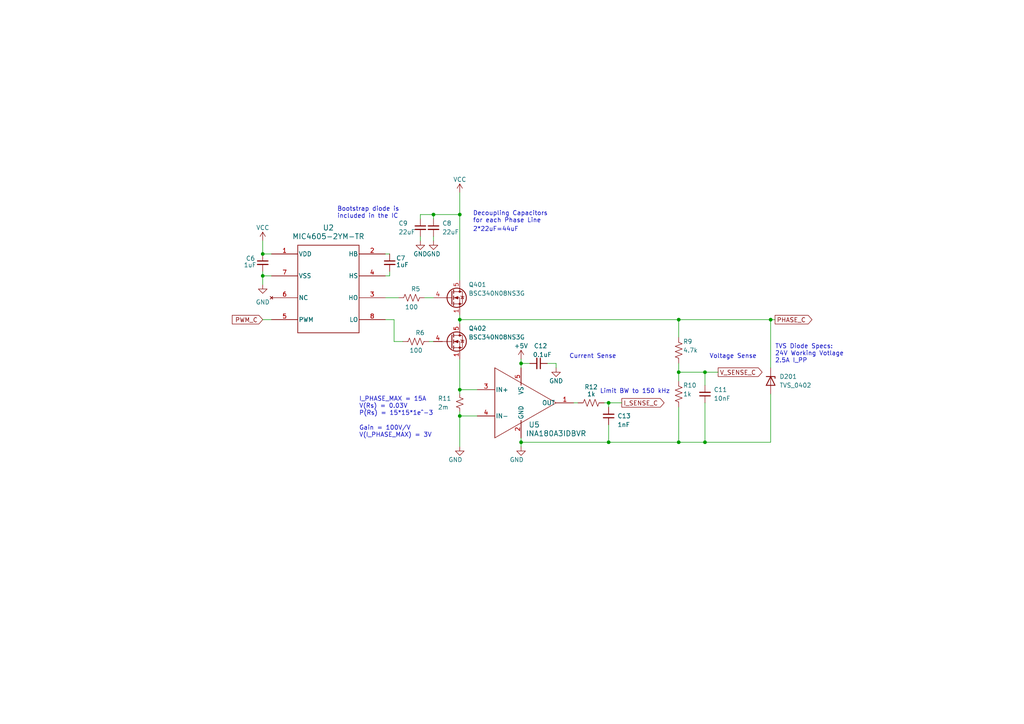
<source format=kicad_sch>
(kicad_sch (version 20230121) (generator eeschema)
  (paper "A4")
  (lib_symbols
    (symbol "Current_Sense_Amp:INA180A3IDBVR" (pin_names (offset 0.254))
      (property "Reference" "U5" (at 3.81 10.16 0))
      (property "Value" "INA180A3IDBVR" (at 10.16 7.62 0))
      (symbol "INA180A3IDBVR_0_1"
        (polyline (pts (xy -7.62 10.16) (xy -7.62 -10.16)) (stroke (width 0.2032)))
        (pin output line (at 15.24 0 180) (length 5.08) (name "OUT") (number "1"))
        (pin power_in line (at 0 -10.16 90) (length 5.08) (name "GND") (number "2"))
        (pin input line (at -12.7 3.81 0) (length 5.08) (name "IN+") (number "3"))
        (pin input line (at -12.7 -3.81 0) (length 5.08) (name "IN-") (number "4"))
        (pin power_in line (at 0 10.16 270) (length 5.08) (name "VS") (number "5"))
      )
      (symbol "INA180A3IDBVR_1_1"
        (polyline (pts (xy -7.62 -10.16) (xy 10.16 0)))
        (polyline (pts (xy -7.62 10.16) (xy 10.16 0)))
      )
    )
    (symbol "Device:C_Small" (pin_numbers hide) (pin_names (offset 0.254) hide)
      (property "Reference" "C" (at 0.254 1.778 0))
      (property "Value" "C_Small" (at 0.254 -2.032 0))
      (symbol "C_Small_0_1"
        (polyline (pts (xy -1.524 -0.508) (xy 1.524 -0.508)) (stroke (width 0.3302)))
        (polyline (pts (xy -1.524 0.508) (xy 1.524 0.508)) (stroke (width 0.3048)))
      )
      (symbol "C_Small_1_1"
        (pin passive line (at 0 2.54 270) (length 2.032) (name "~") (number "1"))
        (pin passive line (at 0 -2.54 90) (length 2.032) (name "~") (number "2"))
      )
    )
    (symbol "Device:D_Zener" (pin_numbers hide) (pin_names (offset 1.016) hide)
      (property "Reference" "D" (at 0 2.54 0))
      (property "Value" "D_Zener" (at 0 -2.54 0))
      (symbol "D_Zener_0_1"
        (polyline (pts (xy 1.27 0) (xy -1.27 0)))
        (polyline (pts (xy -1.27 -1.27) (xy -1.27 1.27) (xy -0.762 1.27)) (stroke (width 0.254)))
        (polyline (pts (xy 1.27 -1.27) (xy 1.27 1.27) (xy -1.27 0) (xy 1.27 -1.27)) (stroke (width 0.254)))
      )
      (symbol "D_Zener_1_1"
        (pin passive line (at -3.81 0 0) (length 2.54) (name "K") (number "1"))
        (pin passive line (at 3.81 0 180) (length 2.54) (name "A") (number "2"))
      )
    )
    (symbol "Device:R_Small_US" (pin_numbers hide) (pin_names (offset 0.254) hide)
      (property "Reference" "R" (at 0.762 0.508 0))
      (property "Value" "R_Small_US" (at 0.762 -1.016 0))
      (symbol "R_Small_US_1_1"
        (polyline (pts (xy 0 0) (xy 1.016 -0.381) (xy 0 -0.762) (xy -1.016 -1.143) (xy 0 -1.524)))
        (polyline (pts (xy 0 1.524) (xy 1.016 1.143) (xy 0 0.762) (xy -1.016 0.381) (xy 0 0)))
        (pin passive line (at 0 2.54 270) (length 1.016) (name "~") (number "1"))
        (pin passive line (at 0 -2.54 90) (length 1.016) (name "~") (number "2"))
      )
    )
    (symbol "Device:R_US" (pin_numbers hide) (pin_names (offset 0))
      (property "Reference" "R" (at 2.54 0 90))
      (property "Value" "R_US" (at -2.54 0 90))
      (symbol "R_US_0_1"
        (polyline (pts (xy 0 -2.286) (xy 0 -2.54)))
        (polyline (pts (xy 0 2.286) (xy 0 2.54)))
        (polyline (pts (xy 0 -0.762) (xy 1.016 -1.143) (xy 0 -1.524) (xy -1.016 -1.905) (xy 0 -2.286)))
        (polyline (pts (xy 0 0.762) (xy 1.016 0.381) (xy 0 0) (xy -1.016 -0.381) (xy 0 -0.762)))
        (polyline (pts (xy 0 2.286) (xy 1.016 1.905) (xy 0 1.524) (xy -1.016 1.143) (xy 0 0.762)))
      )
      (symbol "R_US_1_1"
        (pin passive line (at 0 3.81 270) (length 1.27) (name "~") (number "1"))
        (pin passive line (at 0 -3.81 90) (length 1.27) (name "~") (number "2"))
      )
    )
    (symbol "Half-Bridge Gate Driver:MIC4605-2YM-TR" (pin_names (offset 0.254))
      (property "Reference" "U2" (at 0 16.51 0))
      (property "Value" "MIC4605-2YM-TR" (at 0 13.97 0))
      (symbol "MIC4605-2YM-TR_0_1"
        (polyline (pts (xy -8.89 -13.97) (xy 8.89 -13.97)) (stroke (width 0.2032)))
        (polyline (pts (xy -8.89 11.43) (xy -8.89 -13.97)) (stroke (width 0.2032)))
        (polyline (pts (xy 8.89 -13.97) (xy 8.89 11.43)) (stroke (width 0.2032)))
        (polyline (pts (xy 8.89 11.43) (xy -8.89 11.43)) (stroke (width 0.2032)))
        (pin power_in line (at -16.51 8.89 0) (length 7.62) (name "VDD") (number "1"))
        (pin output line (at 16.51 -3.81 180) (length 7.62) (name "HO") (number "3"))
        (pin no_connect line (at -16.51 -3.81 0) (length 7.62) (name "NC") (number "6"))
        (pin power_in line (at -16.51 2.54 0) (length 7.62) (name "VSS") (number "7"))
        (pin output line (at 16.51 -10.16 180) (length 7.62) (name "LO") (number "8"))
      )
      (symbol "MIC4605-2YM-TR_1_1"
        (pin input line (at 16.51 8.89 180) (length 7.62) (name "HB") (number "2"))
        (pin output line (at 16.51 2.54 180) (length 7.62) (name "HS") (number "4"))
        (pin input line (at -16.51 -10.16 0) (length 7.62) (name "PWM") (number "5"))
      )
    )
    (symbol "Transistor_FET:BSC340N08NS3G" (pin_names hide)
      (property "Reference" "Q" (at 5.08 1.905 0))
      (property "Value" "BSC340N08NS3G" (at 5.08 0 0))
      (symbol "BSC340N08NS3G_0_1"
        (polyline (pts (xy 0.254 0) (xy -2.54 0)))
        (polyline (pts (xy 0.254 1.905) (xy 0.254 -1.905)) (stroke (width 0.254)))
        (polyline (pts (xy 0.762 -1.27) (xy 0.762 -2.286)) (stroke (width 0.254)))
        (polyline (pts (xy 0.762 0.508) (xy 0.762 -0.508)) (stroke (width 0.254)))
        (polyline (pts (xy 0.762 2.286) (xy 0.762 1.27)) (stroke (width 0.254)))
        (polyline (pts (xy 2.54 2.54) (xy 2.54 1.778)))
        (polyline (pts (xy 2.54 -2.54) (xy 2.54 0) (xy 0.762 0)))
        (polyline (pts (xy 0.762 -1.778) (xy 3.302 -1.778) (xy 3.302 1.778) (xy 0.762 1.778)))
        (polyline (pts (xy 1.016 0) (xy 2.032 0.381) (xy 2.032 -0.381) (xy 1.016 0)) (fill (type outline)))
        (polyline (pts (xy 2.794 0.508) (xy 2.921 0.381) (xy 3.683 0.381) (xy 3.81 0.254)))
        (polyline (pts (xy 3.302 0.381) (xy 2.921 -0.254) (xy 3.683 -0.254) (xy 3.302 0.381)))
        (circle (center 1.651 0) (radius 2.794) (stroke (width 0.254)))
        (circle (center 2.54 -1.778) (radius 0.254) (fill (type outline)))
        (circle (center 2.54 1.778) (radius 0.254) (fill (type outline)))
      )
      (symbol "BSC340N08NS3G_1_1"
        (pin passive line (at 2.54 -5.08 90) (length 2.54) (name "S") (number "1"))
        (pin passive line (at 2.54 -5.08 90) (length 2.54) hide (name "S") (number "2"))
        (pin passive line (at 2.54 -5.08 90) (length 2.54) hide (name "S") (number "3"))
        (pin passive line (at -5.08 0 0) (length 2.54) (name "G") (number "4"))
        (pin passive line (at 2.54 5.08 270) (length 2.54) (name "D") (number "5"))
      )
    )
    (symbol "power:+5V" (power) (pin_names (offset 0))
      (property "Value" "+5V" (at 0 3.556 0))
      (symbol "+5V_0_1"
        (polyline (pts (xy -0.762 1.27) (xy 0 2.54)))
        (polyline (pts (xy 0 0) (xy 0 2.54)))
        (polyline (pts (xy 0 2.54) (xy 0.762 1.27)))
      )
      (symbol "+5V_1_1"
        (pin power_in line (at 0 0 90) (length 0) hide (name "+5V") (number "1"))
      )
    )
    (symbol "power:GND" (power) (pin_names (offset 0))
      (property "Value" "GND" (at 0 -3.81 0))
      (symbol "GND_0_1"
        (polyline (pts (xy 0 0) (xy 0 -1.27) (xy 1.27 -1.27) (xy 0 -2.54) (xy -1.27 -1.27) (xy 0 -1.27)))
      )
      (symbol "GND_1_1"
        (pin power_in line (at 0 0 270) (length 0) hide (name "GND") (number "1"))
      )
    )
    (symbol "power:VCC" (power) (pin_names (offset 0))
      (property "Value" "VCC" (at 0 3.81 0))
      (symbol "VCC_0_1"
        (polyline (pts (xy -0.762 1.27) (xy 0 2.54)))
        (polyline (pts (xy 0 0) (xy 0 2.54)))
        (polyline (pts (xy 0 2.54) (xy 0.762 1.27)))
      )
      (symbol "VCC_1_1"
        (pin power_in line (at 0 0 90) (length 0) hide (name "VCC") (number "1"))
      )
    )
  )
  (junction (at 125.73 62.23))
  (junction (at 76.2 73.66))
  (junction (at 133.35 120.65))
  (junction (at 133.35 62.23))
  (junction (at 151.13 128.27))
  (junction (at 204.47 128.27))
  (junction (at 196.85 107.95))
  (junction (at 204.47 107.95))
  (junction (at 76.2 80.01))
  (junction (at 176.53 116.84))
  (junction (at 176.53 128.27))
  (junction (at 151.13 105.41))
  (junction (at 196.85 128.27))
  (junction (at 223.52 92.71))
  (junction (at 133.35 92.71))
  (junction (at 196.85 92.71))
  (junction (at 133.35 113.03))
  (wire (pts (xy 76.2 78.74) (xy 76.2 80.01)))
  (wire (pts (xy 151.13 104.14) (xy 151.13 105.41)))
  (wire (pts (xy 161.29 106.68) (xy 161.29 105.41)))
  (wire (pts (xy 133.35 113.03) (xy 133.35 114.3)))
  (wire (pts (xy 176.53 128.27) (xy 196.85 128.27)))
  (wire (pts (xy 133.35 92.71) (xy 133.35 93.98)))
  (wire (pts (xy 114.3 99.06) (xy 116.84 99.06)))
  (wire (pts (xy 76.2 80.01) (xy 76.2 82.55)))
  (wire (pts (xy 76.2 69.85) (xy 76.2 73.66)))
  (wire (pts (xy 151.13 128.27) (xy 176.53 128.27)))
  (wire (pts (xy 133.35 92.71) (xy 196.85 92.71)))
  (wire (pts (xy 125.73 62.23) (xy 125.73 63.5)))
  (wire (pts (xy 133.35 104.14) (xy 133.35 113.03)))
  (wire (pts (xy 111.76 73.66) (xy 113.03 73.66)))
  (wire (pts (xy 151.13 128.27) (xy 151.13 129.54)))
  (wire (pts (xy 204.47 107.95) (xy 204.47 111.76)))
  (wire (pts (xy 76.2 80.01) (xy 78.74 80.01)))
  (wire (pts (xy 176.53 116.84) (xy 180.34 116.84)))
  (wire (pts (xy 223.52 92.71) (xy 223.52 106.68)))
  (wire (pts (xy 204.47 128.27) (xy 223.52 128.27)))
  (wire (pts (xy 114.3 99.06) (xy 114.3 92.71)))
  (wire (pts (xy 151.13 127) (xy 151.13 128.27)))
  (wire (pts (xy 133.35 120.65) (xy 138.43 120.65)))
  (wire (pts (xy 196.85 105.41) (xy 196.85 107.95)))
  (wire (pts (xy 124.46 99.06) (xy 125.73 99.06)))
  (wire (pts (xy 76.2 73.66) (xy 78.74 73.66)))
  (wire (pts (xy 133.35 119.38) (xy 133.35 120.65)))
  (wire (pts (xy 114.3 92.71) (xy 111.76 92.71)))
  (wire (pts (xy 196.85 107.95) (xy 204.47 107.95)))
  (wire (pts (xy 121.92 62.23) (xy 125.73 62.23)))
  (wire (pts (xy 151.13 105.41) (xy 153.67 105.41)))
  (wire (pts (xy 133.35 113.03) (xy 138.43 113.03)))
  (wire (pts (xy 151.13 106.68) (xy 151.13 105.41)))
  (wire (pts (xy 133.35 120.65) (xy 133.35 129.54)))
  (wire (pts (xy 113.03 80.01) (xy 113.03 78.74)))
  (wire (pts (xy 176.53 123.19) (xy 176.53 128.27)))
  (wire (pts (xy 121.92 68.58) (xy 121.92 69.85)))
  (wire (pts (xy 111.76 86.36) (xy 115.57 86.36)))
  (wire (pts (xy 196.85 92.71) (xy 223.52 92.71)))
  (wire (pts (xy 133.35 91.44) (xy 133.35 92.71)))
  (wire (pts (xy 196.85 92.71) (xy 196.85 97.79)))
  (wire (pts (xy 133.35 55.88) (xy 133.35 62.23)))
  (wire (pts (xy 166.37 116.84) (xy 167.64 116.84)))
  (wire (pts (xy 175.26 116.84) (xy 176.53 116.84)))
  (wire (pts (xy 196.85 128.27) (xy 204.47 128.27)))
  (wire (pts (xy 196.85 118.11) (xy 196.85 128.27)))
  (wire (pts (xy 76.2 92.71) (xy 78.74 92.71)))
  (wire (pts (xy 111.76 80.01) (xy 113.03 80.01)))
  (wire (pts (xy 204.47 116.84) (xy 204.47 128.27)))
  (wire (pts (xy 125.73 62.23) (xy 133.35 62.23)))
  (wire (pts (xy 125.73 68.58) (xy 125.73 69.85)))
  (wire (pts (xy 196.85 107.95) (xy 196.85 110.49)))
  (wire (pts (xy 223.52 114.3) (xy 223.52 128.27)))
  (wire (pts (xy 176.53 116.84) (xy 176.53 118.11)))
  (wire (pts (xy 121.92 62.23) (xy 121.92 63.5)))
  (wire (pts (xy 133.35 62.23) (xy 133.35 81.28)))
  (wire (pts (xy 223.52 92.71) (xy 224.79 92.71)))
  (wire (pts (xy 204.47 107.95) (xy 208.28 107.95)))
  (wire (pts (xy 158.75 105.41) (xy 161.29 105.41)))
  (wire (pts (xy 123.19 86.36) (xy 125.73 86.36)))
  (text "Limit BW to 150 kHz" (at 173.99 114.3 0) (effects (font (size 1.27 1.27)) (justify left bottom)))
  (text "Bootstrap diode is\nincluded in the IC" (at 97.79 63.5 0) (effects (font (size 1.27 1.27)) (justify left bottom)))
  (text "Current Sense" (at 165.1 104.14 0) (effects (font (size 1.27 1.27)) (justify left bottom)))
  (text "Decoupling Capacitors \nfor each Phase Line" (at 137.16 64.77 0) (effects (font (size 1.27 1.27)) (justify left bottom)))
  (text "I_PHASE_MAX = 15A\nV(Rs) = 0.03V\nP(Rs) = 15*15*1e^-3" (at 104.14 120.65 0) (effects (font (size 1.27 1.27)) (justify left bottom)))
  (text "2*22uF=44uF" (at 137.16 67.31 0) (effects (font (size 1.27 1.27)) (justify left bottom)))
  (text "Gain = 100V/V\nV(I_PHASE_MAX) = 3V" (at 104.14 127 0) (effects (font (size 1.27 1.27)) (justify left bottom)))
  (text "Voltage Sense" (at 205.74 104.14 0) (effects (font (size 1.27 1.27)) (justify left bottom)))
  (text "TVS Diode Specs:\n24V Working Votlage\n2.5A I_PP" (at 224.79 105.41 0) (effects (font (size 1.27 1.27)) (justify left bottom)))
  (global_label "PHASE_C" (shape output) (at 224.79 92.71 0) (property "Intersheetrefs" "${INTERSHEET_REFS}" (effects hide)))
  (global_label "PWM_C" (shape input) (at 76.2 92.71 180) (property "Intersheetrefs" "${INTERSHEET_REFS}" (effects hide)))
  (global_label "V_SENSE_C" (shape output) (at 208.28 107.95 0) (property "Intersheetrefs" "${INTERSHEET_REFS}" (effects hide)))
  (global_label "I_SENSE_C" (shape output) (at 180.34 116.84 0) (property "Intersheetrefs" "${INTERSHEET_REFS}" (effects hide)))
  (symbol (lib_id "Device:R_US") (at 196.85 101.6 0) (unit 1)
    (property "Reference" "R9" (at 198.12 99.06 0) (effects (justify left)))
    (property "Value" "4.7k" (at 198.12 101.6 0) (effects (justify left)))
    (property "Footprint" "Resistor_SMD:R_0603_1608Metric" (effects hide))
    (instances (project "esc" (path "" (reference "R9") (unit 1)) (path "" (reference "R405") (unit 1))))
  )
  (symbol (lib_id "Transistor_FET:BSC340N08NS3G") (at 130.81 86.36 0) (unit 1)
    (property "Reference" "Q401" (at 135.89 82.55 0) (effects (justify left)))
    (property "Value" "BSC340N08NS3G" (at 135.89 85.09 0) (effects (justify left)))
    (property "Footprint" "Package_TO_SOT_SMD:TDSON-8-1" (effects hide))
    (property "Datasheet" "http://www.infineon.com/dgdl/Infineon-BSC340N08NS3G-DS-v02_06-en.pdf?fileId=db3a30431add1d95011ae81c21f2563a" (effects hide))
  )
  (symbol (lib_id "power:GND") (at 133.35 129.54 0) (unit 1)
    (property "Reference" "#PWR014" (effects hide))
    (property "Value" "GND" (at 132.08 133.35 0))
    (instances (project "esc" (path "" (reference "#PWR014") (unit 1)) (path "" (reference "#PWR0406") (unit 1))))
  )
  (symbol (lib_id "Device:R_US") (at 171.45 116.84 90) (unit 1)
    (property "Reference" "R12" (at 173.4005 112.2455 90) (effects (justify left)))
    (property "Value" "1k" (at 172.72 114.3 90) (effects (justify left)))
    (property "Footprint" "Resistor_SMD:R_0603_1608Metric" (effects hide))
    (instances (project "esc" (path "" (reference "R12") (unit 1)) (path "" (reference "R404") (unit 1))))
  )
  (symbol (lib_id "Device:C_Small") (at 156.21 105.41 270) (unit 1)
    (property "Reference" "C12" (at 158.75 100.33 90) (effects (justify right)))
    (property "Value" "0.1uF" (at 160.02 102.87 90) (effects (justify right)))
    (property "Footprint" "Capacitor_SMD:C_0603_1608Metric" (effects hide))
    (instances (project "esc" (path "" (reference "C12") (unit 1)) (path "" (reference "C405") (unit 1))))
  )
  (symbol (lib_id "power:GND") (at 121.92 69.85 0) (unit 1)
    (property "Reference" "#PWR015" (effects hide))
    (property "Value" "GND" (at 121.92 73.66 0))
    (instances (project "esc" (path "" (reference "#PWR015") (unit 1)) (path "" (reference "#PWR0403") (unit 1))))
  )
  (symbol (lib_id "Device:C_Small") (at 113.03 76.2 0) (unit 1)
    (property "Reference" "C7" (at 114.8942 74.8699 0) (effects (justify left)))
    (property "Value" "1uF" (at 114.86 76.8138 0) (effects (justify left)))
    (property "Footprint" "Capacitor_SMD:C_0805_2012Metric" (effects hide))
    (instances (project "esc" (path "" (reference "C7") (unit 1)) (path "" (reference "C402") (unit 1))))
  )
  (symbol (lib_id "power:VCC") (at 76.2 69.85 0) (unit 1)
    (property "Reference" "#PWR08" (effects hide))
    (property "Value" "VCC" (at 76.2 66.04 0))
    (instances (project "esc" (path "" (reference "#PWR08") (unit 1)) (path "" (reference "#PWR0401") (unit 1))))
  )
  (symbol (lib_id "Device:R_US") (at 119.38 86.36 90) (unit 1)
    (property "Reference" "R5" (at 121.92 83.82 90) (effects (justify left)))
    (property "Value" "100" (at 121.2843 89.0586 90) (effects (justify left)))
    (property "Footprint" "Resistor_SMD:R_0603_1608Metric" (effects hide))
    (instances (project "esc" (path "" (reference "R5") (unit 1)) (path "" (reference "R201") (unit 1)) (path "" (reference "R401") (unit 1))))
  )
  (symbol (lib_id "Device:C_Small") (at 204.47 114.3 180) (unit 1)
    (property "Reference" "C11" (at 207.01 113.03 0) (effects (justify right)))
    (property "Value" "10nF" (at 207.01 115.57 0) (effects (justify right)))
    (property "Footprint" "Capacitor_SMD:C_0603_1608Metric" (effects hide))
    (instances (project "esc" (path "" (reference "C11") (unit 1)) (path "" (reference "C407") (unit 1))))
  )
  (symbol (lib_id "Device:C_Small") (at 76.2 76.2 0) (unit 1)
    (property "Reference" "C6" (at 71.3084 74.9527 0) (effects (justify left)))
    (property "Value" "1uF" (at 70.6718 76.8625 0) (effects (justify left)))
    (property "Footprint" "Capacitor_SMD:C_0805_2012Metric" (effects hide))
    (instances (project "esc" (path "" (reference "C6") (unit 1)) (path "" (reference "C401") (unit 1))))
  )
  (symbol (lib_id "Device:R_US") (at 120.65 99.06 90) (unit 1)
    (property "Reference" "R6" (at 123.19 96.52 90) (effects (justify left)))
    (property "Value" "100" (at 122.5829 101.6299 90) (effects (justify left)))
    (property "Footprint" "Resistor_SMD:R_0603_1608Metric" (effects hide))
    (instances (project "esc" (path "" (reference "R6") (unit 1)) (path "" (reference "R202") (unit 1)) (path "" (reference "R402") (unit 1))))
  )
  (symbol (lib_id "power:GND") (at 151.13 129.54 0) (unit 1)
    (property "Reference" "#PWR013" (effects hide))
    (property "Value" "GND" (at 149.86 133.35 0))
    (instances (project "esc" (path "" (reference "#PWR013") (unit 1)) (path "" (reference "#PWR0408") (unit 1))))
  )
  (symbol (lib_id "Device:R_Small_US") (at 133.35 116.84 0) (unit 1)
    (property "Reference" "R11" (at 127 115.57 0) (effects (justify left)))
    (property "Value" "2m" (at 127 118.11 0) (effects (justify left)))
    (property "Footprint" "Resistor_SMD:R_2512_6332Metric" (effects hide))
    (instances (project "esc" (path "" (reference "R11") (unit 1)) (path "" (reference "R403") (unit 1))))
  )
  (symbol (lib_id "Device:C_Small") (at 121.92 66.04 0) (unit 1)
    (property "Reference" "C9" (at 115.57 64.77 0) (effects (justify left)))
    (property "Value" "22uF" (at 115.57 67.31 0) (effects (justify left)))
    (property "Footprint" "Capacitor_SMD:C_1210_3225Metric" (effects hide))
    (instances (project "esc" (path "" (reference "C9") (unit 1)) (path "" (reference "C403") (unit 1))))
  )
  (symbol (lib_id "power:VCC") (at 133.35 55.88 0) (unit 1)
    (property "Reference" "#PWR0115" (effects hide))
    (property "Value" "VCC" (at 133.35 52.07 0))
    (instances (project "esc" (path "" (reference "#PWR0115") (unit 1)) (path "" (reference "#PWR0405") (unit 1))))
  )
  (symbol (lib_id "Current_Sense_Amp:INA180A3IDBVR") (at 151.13 116.84 0) (unit 1)
    (property "Reference" "U5" (at 154.94 123.19 0) (effects (font (size 1.524 1.524))))
    (property "Value" "INA180A3IDBVR" (at 161.29 125.73 0) (effects (font (size 1.524 1.524))))
    (property "Footprint" "DBV0005A_N" (effects hide))
    (property "Datasheet" "INA180A3IDBVR" (effects hide))
    (instances (project "esc" (path "" (reference "U5") (unit 1)) (path "" (reference "U402") (unit 1))))
  )
  (symbol (lib_id "Device:C_Small") (at 125.73 66.04 0) (unit 1)
    (property "Reference" "C8" (at 128.27 64.77 0) (effects (justify left)))
    (property "Value" "22uF" (at 128.27 67.31 0) (effects (justify left)))
    (property "Footprint" "Capacitor_SMD:C_1210_3225Metric" (effects hide))
    (instances (project "esc" (path "" (reference "C8") (unit 1)) (path "" (reference "C404") (unit 1))))
  )
  (symbol (lib_id "Device:C_Small") (at 176.53 120.65 180) (unit 1)
    (property "Reference" "C13" (at 179.07 120.65 0) (effects (justify right)))
    (property "Value" "1nF" (at 179.07 123.19 0) (effects (justify right)))
    (property "Footprint" "Capacitor_SMD:C_0603_1608Metric" (effects hide))
    (instances (project "esc" (path "" (reference "C13") (unit 1)) (path "" (reference "C406") (unit 1))))
  )
  (symbol (lib_id "power:+5V") (at 151.13 104.14 0) (unit 1)
    (property "Reference" "#PWR016" (effects hide))
    (property "Value" "+5V" (at 151.13 100.33 0))
    (instances (project "esc" (path "" (reference "#PWR016") (unit 1)) (path "" (reference "#PWR0407") (unit 1))))
  )
  (symbol (lib_id "power:GND") (at 125.73 69.85 0) (unit 1)
    (property "Reference" "#PWR012" (effects hide))
    (property "Value" "GND" (at 125.73 73.66 0))
    (instances (project "esc" (path "" (reference "#PWR012") (unit 1)) (path "" (reference "#PWR0404") (unit 1))))
  )
  (symbol (lib_id "Device:D_Zener") (at 223.52 110.49 270) (unit 1)
    (property "Reference" "D201" (at 226.06 109.22 90) (effects (justify left)))
    (property "Value" "TVS_0402" (at 226.06 111.76 90) (effects (justify left)))
    (property "Footprint" "Diode_SMD:D_01005_0402Metric" (effects hide))
    (instances (project "esc" (path "" (reference "D201") (unit 1)) (path "" (reference "D401") (unit 1))))
  )
  (symbol (lib_id "Device:R_US") (at 196.85 114.3 0) (unit 1)
    (property "Reference" "R10" (at 198.12 111.76 0) (effects (justify left)))
    (property "Value" "1k" (at 198.12 114.3 0) (effects (justify left)))
    (property "Footprint" "Resistor_SMD:R_0603_1608Metric" (effects hide))
    (instances (project "esc" (path "" (reference "R10") (unit 1)) (path "" (reference "R406") (unit 1))))
  )
  (symbol (lib_id "Half-Bridge Gate Driver:MIC4605-2YM-TR") (at 95.25 82.55 0) (unit 1)
    (property "Reference" "U2" (at 95.25 66.04 0) (effects (font (size 1.524 1.524))))
    (property "Value" "MIC4605-2YM-TR" (at 95.25 68.58 0) (effects (font (size 1.524 1.524))))
    (property "Footprint" "SOIC-8_M_MCH" (effects hide))
    (property "Datasheet" "MIC4605-2YM-TR" (effects hide))
    (instances (project "esc" (path "" (reference "U2") (unit 1)) (path "" (reference "U401") (unit 1))))
  )
  (symbol (lib_id "power:GND") (at 76.2 82.55 0) (unit 1)
    (property "Reference" "#PWR09" (effects hide))
    (property "Value" "GND" (at 76.2 87.63 0))
    (instances (project "esc" (path "" (reference "#PWR09") (unit 1)) (path "" (reference "#PWR0402") (unit 1))))
  )
  (symbol (lib_id "power:GND") (at 161.29 106.68 0) (unit 1)
    (property "Reference" "#PWR010" (effects hide))
    (property "Value" "GND" (at 161.29 110.49 0))
    (instances (project "esc" (path "" (reference "#PWR010") (unit 1)) (path "" (reference "#PWR0409") (unit 1))))
  )
  (symbol (lib_id "Transistor_FET:BSC340N08NS3G") (at 130.81 99.06 0) (unit 1)
    (property "Reference" "Q402" (at 135.89 95.25 0) (effects (justify left)))
    (property "Value" "BSC340N08NS3G" (at 135.89 97.79 0) (effects (justify left)))
    (property "Footprint" "Package_TO_SOT_SMD:TDSON-8-1" (effects hide))
    (property "Datasheet" "http://www.infineon.com/dgdl/Infineon-BSC340N08NS3G-DS-v02_06-en.pdf?fileId=db3a30431add1d95011ae81c21f2563a" (effects hide))
  )
)
</source>
